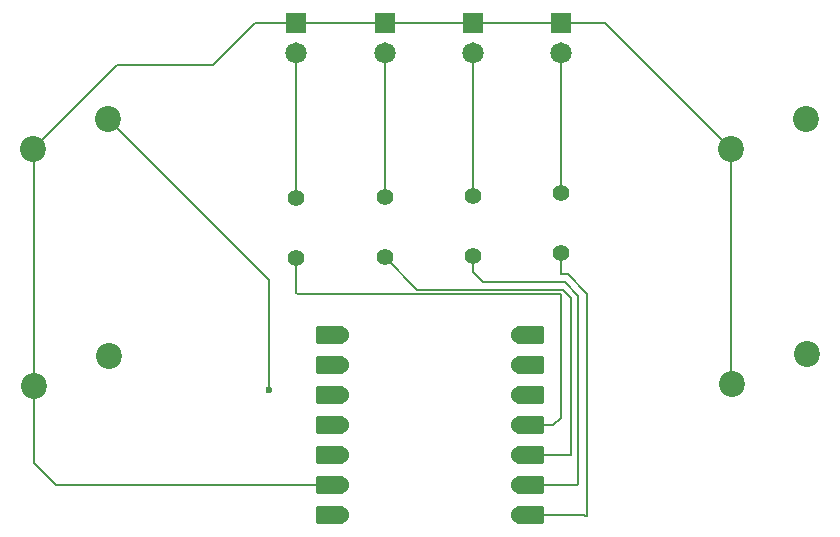
<source format=gbr>
%TF.GenerationSoftware,KiCad,Pcbnew,9.0.2*%
%TF.CreationDate,2025-07-29T19:40:39-04:00*%
%TF.ProjectId,LaunchPad_V2,4c61756e-6368-4506-9164-5f56322e6b69,rev?*%
%TF.SameCoordinates,Original*%
%TF.FileFunction,Copper,L1,Top*%
%TF.FilePolarity,Positive*%
%FSLAX46Y46*%
G04 Gerber Fmt 4.6, Leading zero omitted, Abs format (unit mm)*
G04 Created by KiCad (PCBNEW 9.0.2) date 2025-07-29 19:40:39*
%MOMM*%
%LPD*%
G01*
G04 APERTURE LIST*
G04 Aperture macros list*
%AMRoundRect*
0 Rectangle with rounded corners*
0 $1 Rounding radius*
0 $2 $3 $4 $5 $6 $7 $8 $9 X,Y pos of 4 corners*
0 Add a 4 corners polygon primitive as box body*
4,1,4,$2,$3,$4,$5,$6,$7,$8,$9,$2,$3,0*
0 Add four circle primitives for the rounded corners*
1,1,$1+$1,$2,$3*
1,1,$1+$1,$4,$5*
1,1,$1+$1,$6,$7*
1,1,$1+$1,$8,$9*
0 Add four rect primitives between the rounded corners*
20,1,$1+$1,$2,$3,$4,$5,0*
20,1,$1+$1,$4,$5,$6,$7,0*
20,1,$1+$1,$6,$7,$8,$9,0*
20,1,$1+$1,$8,$9,$2,$3,0*%
G04 Aperture macros list end*
%TA.AperFunction,ComponentPad*%
%ADD10C,1.400000*%
%TD*%
%TA.AperFunction,SMDPad,CuDef*%
%ADD11RoundRect,0.152400X1.063600X0.609600X-1.063600X0.609600X-1.063600X-0.609600X1.063600X-0.609600X0*%
%TD*%
%TA.AperFunction,ComponentPad*%
%ADD12C,1.524000*%
%TD*%
%TA.AperFunction,SMDPad,CuDef*%
%ADD13RoundRect,0.152400X-1.063600X-0.609600X1.063600X-0.609600X1.063600X0.609600X-1.063600X0.609600X0*%
%TD*%
%TA.AperFunction,ComponentPad*%
%ADD14C,1.815000*%
%TD*%
%TA.AperFunction,ComponentPad*%
%ADD15R,1.815000X1.815000*%
%TD*%
%TA.AperFunction,ComponentPad*%
%ADD16C,2.200000*%
%TD*%
%TA.AperFunction,ViaPad*%
%ADD17C,0.600000*%
%TD*%
%TA.AperFunction,Conductor*%
%ADD18C,0.200000*%
%TD*%
G04 APERTURE END LIST*
D10*
%TO.P,R3,1*%
%TO.N,Net-(D2-PadA)*%
X203795106Y-41000000D03*
%TO.P,R3,2*%
%TO.N,Net-(U1-GPIO27{slash}ADC1{slash}A1)*%
X203795106Y-46080000D03*
%TD*%
D11*
%TO.P,U1,14,VBUS*%
%TO.N,unconnected-(U1-VBUS-Pad14)*%
X191705000Y-67990000D03*
D12*
X192540000Y-67990000D03*
D11*
%TO.P,U1,13,GND*%
%TO.N,GND*%
X191705000Y-65450000D03*
D12*
X192540000Y-65450000D03*
D11*
%TO.P,U1,12,3V3*%
%TO.N,unconnected-(U1-3V3-Pad12)*%
X191705000Y-62910000D03*
D12*
X192540000Y-62910000D03*
D11*
%TO.P,U1,11,GPIO3/MOSI*%
%TO.N,unconnected-(U1-GPIO3{slash}MOSI-Pad11)*%
X191705000Y-60370000D03*
D12*
X192540000Y-60370000D03*
D11*
%TO.P,U1,10,GPIO4/MISO*%
%TO.N,unconnected-(U1-GPIO4{slash}MISO-Pad10)*%
X191705000Y-57830000D03*
D12*
X192540000Y-57830000D03*
D11*
%TO.P,U1,9,GPIO2/SCK*%
%TO.N,unconnected-(U1-GPIO2{slash}SCK-Pad9)*%
X191705000Y-55290000D03*
D12*
X192540000Y-55290000D03*
D11*
%TO.P,U1,8,GPIO1/RX*%
%TO.N,Net-(U1-GPIO1{slash}RX)*%
X191705000Y-52750000D03*
D12*
X192540000Y-52750000D03*
%TO.P,U1,7,GPIO0/TX*%
%TO.N,Net-(U1-GPIO0{slash}TX)*%
X207780000Y-52750000D03*
D13*
X208615000Y-52750000D03*
D12*
%TO.P,U1,6,GPIO7/SCL*%
%TO.N,Net-(U1-GPIO7{slash}SCL)*%
X207780000Y-55290000D03*
D13*
X208615000Y-55290000D03*
D12*
%TO.P,U1,5,GPIO6/SDA*%
%TO.N,Net-(U1-GPIO6{slash}SDA)*%
X207780000Y-57830000D03*
D13*
X208615000Y-57830000D03*
D12*
%TO.P,U1,4,GPIO29/ADC3/A3*%
%TO.N,Net-(U1-GPIO29{slash}ADC3{slash}A3)*%
X207780000Y-60370000D03*
D13*
X208615000Y-60370000D03*
D12*
%TO.P,U1,3,GPIO28/ADC2/A2*%
%TO.N,Net-(U1-GPIO28{slash}ADC2{slash}A2)*%
X207780000Y-62910000D03*
D13*
X208615000Y-62910000D03*
D12*
%TO.P,U1,2,GPIO27/ADC1/A1*%
%TO.N,Net-(U1-GPIO27{slash}ADC1{slash}A1)*%
X207780000Y-65450000D03*
D13*
X208615000Y-65450000D03*
D12*
%TO.P,U1,1,GPIO26/ADC0/A0*%
%TO.N,Net-(U1-GPIO26{slash}ADC0{slash}A0)*%
X207780000Y-67990000D03*
D13*
X208615000Y-67990000D03*
%TD*%
D14*
%TO.P,D5,A*%
%TO.N,Net-(D5-PadA)*%
X188864894Y-28860000D03*
D15*
%TO.P,D5,C*%
%TO.N,GND*%
X188864894Y-26320000D03*
%TD*%
D16*
%TO.P,SW4,1,1*%
%TO.N,Net-(U1-GPIO1{slash}RX)*%
X232120000Y-54310000D03*
%TO.P,SW4,2,2*%
%TO.N,GND*%
X225770000Y-56850000D03*
%TD*%
%TO.P,SW1,1,1*%
%TO.N,Net-(U1-GPIO6{slash}SDA)*%
X172920000Y-34480000D03*
%TO.P,SW1,2,2*%
%TO.N,GND*%
X166570000Y-37020000D03*
%TD*%
D14*
%TO.P,D2,A*%
%TO.N,Net-(D2-PadA)*%
X203795106Y-28860000D03*
D15*
%TO.P,D2,C*%
%TO.N,GND*%
X203795106Y-26320000D03*
%TD*%
D10*
%TO.P,R2,2*%
%TO.N,Net-(U1-GPIO26{slash}ADC0{slash}A0)*%
X211260212Y-45770000D03*
%TO.P,R2,1*%
%TO.N,Net-(D1-PadA)*%
X211260212Y-40690000D03*
%TD*%
D14*
%TO.P,D1,A*%
%TO.N,Net-(D1-PadA)*%
X211260212Y-28860000D03*
D15*
%TO.P,D1,C*%
%TO.N,GND*%
X211260212Y-26320000D03*
%TD*%
D16*
%TO.P,SW3,1,1*%
%TO.N,Net-(U1-GPIO0{slash}TX)*%
X232020000Y-34430000D03*
%TO.P,SW3,2,2*%
%TO.N,GND*%
X225670000Y-36970000D03*
%TD*%
D14*
%TO.P,D3,A*%
%TO.N,Net-(D3-PadA)*%
X196330000Y-28860000D03*
D15*
%TO.P,D3,C*%
%TO.N,GND*%
X196330000Y-26320000D03*
%TD*%
D10*
%TO.P,R4,2*%
%TO.N,Net-(U1-GPIO28{slash}ADC2{slash}A2)*%
X196330000Y-46120000D03*
%TO.P,R4,1*%
%TO.N,Net-(D3-PadA)*%
X196330000Y-41040000D03*
%TD*%
%TO.P,R1,2*%
%TO.N,Net-(U1-GPIO29{slash}ADC3{slash}A3)*%
X188864894Y-46180000D03*
%TO.P,R1,1*%
%TO.N,Net-(D5-PadA)*%
X188864894Y-41100000D03*
%TD*%
D16*
%TO.P,SW2,1,1*%
%TO.N,Net-(U1-GPIO7{slash}SCL)*%
X172970000Y-54510000D03*
%TO.P,SW2,2,2*%
%TO.N,GND*%
X166620000Y-57050000D03*
%TD*%
D17*
%TO.N,Net-(U1-GPIO6{slash}SDA)*%
X186530000Y-57350000D03*
%TD*%
D18*
%TO.N,GND*%
X185400000Y-26320000D02*
X188864894Y-26320000D01*
X181840000Y-29880000D02*
X185400000Y-26320000D01*
X173710000Y-29880000D02*
X181840000Y-29880000D01*
X166570000Y-37020000D02*
X173710000Y-29880000D01*
%TO.N,Net-(U1-GPIO6{slash}SDA)*%
X186530000Y-57350000D02*
X186530000Y-48090000D01*
X186530000Y-48090000D02*
X172920000Y-34480000D01*
%TO.N,Net-(D5-PadA)*%
X188864894Y-28860000D02*
X188864894Y-41100000D01*
%TO.N,Net-(D3-PadA)*%
X196330000Y-28860000D02*
X196330000Y-41040000D01*
%TO.N,Net-(D1-PadA)*%
X211260212Y-28860000D02*
X211260212Y-40690000D01*
%TO.N,Net-(D2-PadA)*%
X203795106Y-28860000D02*
X203795106Y-41000000D01*
%TO.N,Net-(U1-GPIO26{slash}ADC0{slash}A0)*%
X213230000Y-67990000D02*
X207780000Y-67990000D01*
X213320000Y-68080000D02*
X213230000Y-67990000D01*
X213470000Y-68080000D02*
X213320000Y-68080000D01*
X213470000Y-49250000D02*
X213470000Y-68080000D01*
X211830000Y-47610000D02*
X213470000Y-49250000D01*
X211280000Y-47610000D02*
X211830000Y-47610000D01*
X211260212Y-47590212D02*
X211280000Y-47610000D01*
X211260212Y-45770000D02*
X211260212Y-47590212D01*
%TO.N,Net-(U1-GPIO27{slash}ADC1{slash}A1)*%
X212620000Y-65450000D02*
X207780000Y-65450000D01*
X212720000Y-65350000D02*
X212620000Y-65450000D01*
X212720000Y-49400000D02*
X212720000Y-65350000D01*
X204670000Y-48250000D02*
X211570000Y-48250000D01*
X211570000Y-48250000D02*
X212720000Y-49400000D01*
X203795106Y-46080000D02*
X203795106Y-47375106D01*
X203795106Y-47375106D02*
X204670000Y-48250000D01*
%TO.N,GND*%
X192540000Y-65450000D02*
X168510000Y-65450000D01*
X188864894Y-26320000D02*
X196330000Y-26320000D01*
X168510000Y-65450000D02*
X166620000Y-63560000D01*
%TO.N,Net-(U1-GPIO29{slash}ADC3{slash}A3)*%
X188980000Y-49290000D02*
X211240000Y-49290000D01*
X188864894Y-46180000D02*
X188864894Y-49174894D01*
%TO.N,GND*%
X225670000Y-56750000D02*
X225770000Y-56850000D01*
X211260212Y-26320000D02*
X215020000Y-26320000D01*
X166620000Y-63560000D02*
X166620000Y-57050000D01*
%TO.N,Net-(U1-GPIO29{slash}ADC3{slash}A3)*%
X211240000Y-49290000D02*
X211240000Y-59730000D01*
%TO.N,Net-(U1-GPIO28{slash}ADC2{slash}A2)*%
X196330000Y-46120000D02*
X199099000Y-48889000D01*
%TO.N,Net-(U1-GPIO29{slash}ADC3{slash}A3)*%
X211240000Y-59730000D02*
X210600000Y-60370000D01*
%TO.N,GND*%
X215020000Y-26320000D02*
X225670000Y-36970000D01*
%TO.N,Net-(U1-GPIO28{slash}ADC2{slash}A2)*%
X199099000Y-48889000D02*
X211406100Y-48889000D01*
X212090000Y-49572900D02*
X212090000Y-62860000D01*
%TO.N,GND*%
X166620000Y-57050000D02*
X166620000Y-37070000D01*
X166620000Y-37070000D02*
X166570000Y-37020000D01*
X225670000Y-36970000D02*
X225670000Y-56750000D01*
%TO.N,Net-(U1-GPIO28{slash}ADC2{slash}A2)*%
X212090000Y-62860000D02*
X212040000Y-62910000D01*
%TO.N,GND*%
X203795106Y-26320000D02*
X211260212Y-26320000D01*
%TO.N,Net-(U1-GPIO29{slash}ADC3{slash}A3)*%
X188864894Y-49174894D02*
X188980000Y-49290000D01*
%TO.N,Net-(U1-GPIO28{slash}ADC2{slash}A2)*%
X211406100Y-48889000D02*
X212090000Y-49572900D01*
X212040000Y-62910000D02*
X207780000Y-62910000D01*
%TO.N,GND*%
X196330000Y-26320000D02*
X203795106Y-26320000D01*
%TO.N,Net-(U1-GPIO29{slash}ADC3{slash}A3)*%
X210600000Y-60370000D02*
X207780000Y-60370000D01*
%TD*%
M02*

</source>
